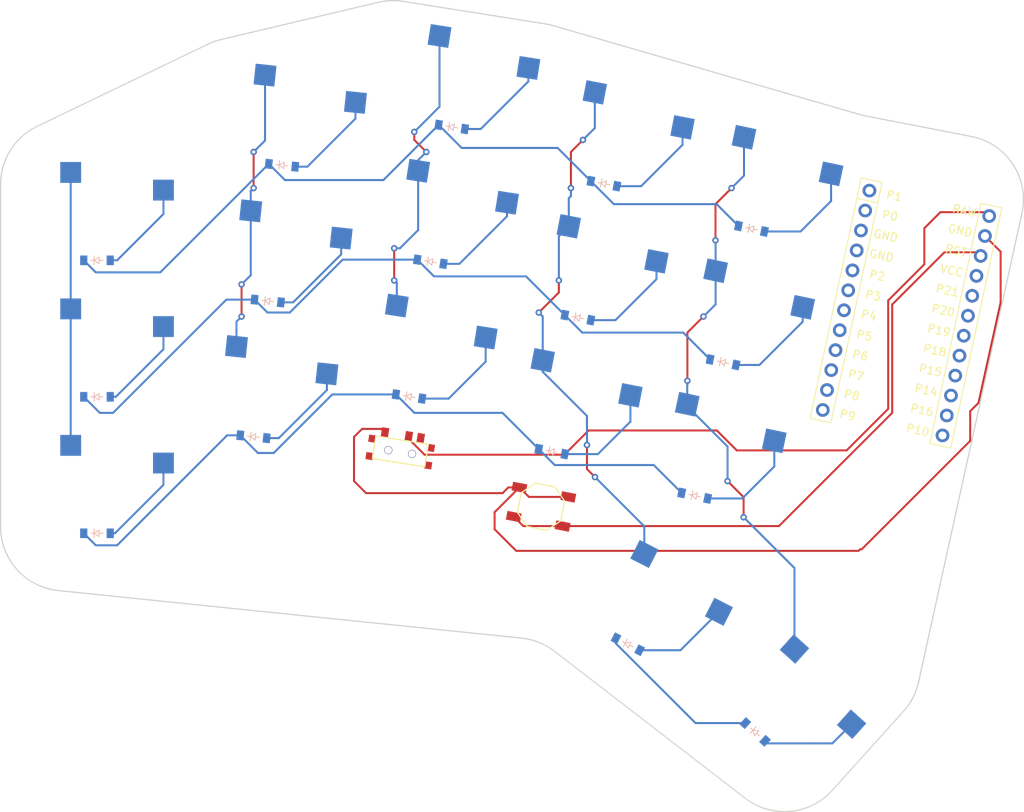
<source format=kicad_pcb>
(kicad_pcb (version 20241229) (generator "pcbnew") (generator_version "9.0")
  (title_block (title "splaynin_fancy") (rev "v1.0.0") (company "Unknown"))
  (layers (0 "F.Cu" signal) (2 "B.Cu" signal) (13 "F.Paste" user) (15 "B.Paste" user) (5 "F.SilkS" user) (7 "B.SilkS" user) (1 "F.Mask" user) (3 "B.Mask" user) (25 "Edge.Cuts" user))
  (net 0 "")
  (net 1 "P14")
  (net 2 "pinky_bottom")
  (net 3 "pinky_home")
  (net 4 "pinky_top")
  (net 5 "P16")
  (net 6 "ring_bottom")
  (net 7 "ring_home")
  (net 8 "ring_top")
  (net 9 "P10")
  (net 10 "middle_bottom")
  (net 11 "middle_home")
  (net 12 "middle_top")
  (net 13 "P8")
  (net 14 "index_bottom")
  (net 15 "index_home")
  (net 16 "index_top")
  (net 17 "P9")
  (net 18 "inner_bottom")
  (net 19 "inner_home")
  (net 20 "inner_top")
  (net 21 "left_onerow")
  (net 22 "right_onerow")
  (net 23 "P18")
  (net 24 "P19")
  (net 25 "P20")
  (net 26 "P15")
  (net 27 "RAW")
  (net 28 "GND")
  (net 29 "RST")
  (net 30 "VCC")
  (net 31 "P21")
  (net 32 "P1")
  (net 33 "P0")
  (net 34 "P2")
  (net 35 "P3")
  (net 36 "P4")
  (net 37 "P5")
  (net 38 "P6")
  (net 39 "P7")
  (footprint "E73:SPDT_C128955" (layer "F.Cu") (at 137.750402 94.876648 171)
    (property "Reference" "T1" (hide yes))
    (property "Value" "" (hide yes))
    (pad "" smd rect (at -3.7 -1.1 171) (size 0.9 0.9) (layers "F.Cu" "F.Mask" "F.Paste"))
    (pad "" smd rect (at -3.7 1.1 171) (size 0.9 0.9) (layers "F.Cu" "F.Mask" "F.Paste"))
    (pad "" np_thru_hole circle (at -1.500001 0) (size 1 1) (drill 0.9) (layers "*.Cu" "*.Mask"))
    (pad "" np_thru_hole circle (at 1.500001 0) (size 1 1) (drill 0.9) (layers "*.Cu" "*.Mask"))
    (pad "" smd rect (at 3.7 -1.1 171) (size 0.9 0.9) (layers "F.Cu" "F.Mask" "F.Paste"))
    (pad "" smd rect (at 3.7 1.1 171) (size 0.9 0.9) (layers "F.Cu" "F.Mask" "F.Paste"))
    (pad "1" smd rect (at 2.25 2.075 171) (size 0.9 1.25) (layers "F.Cu" "F.Mask" "F.Paste") (net 28 "GND"))
    (pad "2" smd rect (at -0.75 2.075 171) (size 0.9 1.25) (layers "F.Cu" "F.Mask" "F.Paste") (net 27 "RAW"))
    (pad "3" smd rect (at -2.25 2.075 171) (size 0.9 1.25) (layers "F.Cu" "F.Mask" "F.Paste"))
  )
  (footprint "E73:SW_TACT_ALPS_SKQGABE010" (layer "F.Cu") (at 155.28071 101.695635 -11)
    (property "Reference" "B1" (hide yes))
    (property "Value" "" (hide yes))
    (pad "1" smd rect (at -3.1 -1.85 349) (size 1.8 1.1) (layers "F.Cu" "F.Mask" "F.Paste") (net 28 "GND"))
    (pad "1" smd rect (at 3.1 -1.85 349) (size 1.8 1.1) (layers "F.Cu" "F.Mask" "F.Paste") (net 28 "GND"))
    (pad "2" smd rect (at -3.1 1.85 349) (size 1.8 1.1) (layers "F.Cu" "F.Mask" "F.Paste") (net 29 "RST"))
    (pad "2" smd rect (at 3.1 1.85 349) (size 1.8 1.1) (layers "F.Cu" "F.Mask" "F.Paste") (net 29 "RST"))
  )
  (footprint "PG1350" (layer "F.Cu") (at 144.946387 49.442984 -9)
    (property "Reference" "S9" (hide yes))
    (property "Value" "" (hide yes))
    (pad "" np_thru_hole circle (at -5.5 0) (size 1.7018 1.7018) (drill 1.7018) (layers "*.Cu" "*.Mask"))
    (pad "" np_thru_hole circle (at 0 -5.95) (size 3 3) (drill 3) (layers "*.Cu" "*.Mask"))
    (pad "" np_thru_hole circle (at 0 0) (size 3.429 3.429) (drill 3.429) (layers "*.Cu" "*.Mask"))
    (pad "" np_thru_hole circle (at 5 -3.75) (size 3 3) (drill 3) (layers "*.Cu" "*.Mask"))
    (pad "" np_thru_hole circle (at 5.5 0) (size 1.7018 1.7018) (drill 1.7018) (layers "*.Cu" "*.Mask"))
    (pad "1" smd rect (at -3.275 -5.95 351) (size 2.6 2.6) (layers "B.Cu" "B.Mask" "B.Paste") (net 9 "P10"))
    (pad "2" smd rect (at 8.275 -3.75 351) (size 2.6 2.6) (layers "B.Cu" "B.Mask" "B.Paste") (net 12 "middle_top"))
  )
  (footprint "PG1350" (layer "F.Cu") (at 175.447066 95.42841 -12)
    (property "Reference" "S13" (hide yes))
    (property "Value" "" (hide yes))
    (pad "" np_thru_hole circle (at -5.5 0) (size 1.7018 1.7018) (drill 1.7018) (layers "*.Cu" "*.Mask"))
    (pad "" np_thru_hole circle (at 0 -5.95) (size 3 3) (drill 3) (layers "*.Cu" "*.Mask"))
    (pad "" np_thru_hole circle (at 0 0) (size 3.429 3.429) (drill 3.429) (layers "*.Cu" "*.Mask"))
    (pad "" np_thru_hole circle (at 5 -3.75) (size 3 3) (drill 3) (layers "*.Cu" "*.Mask"))
    (pad "" np_thru_hole circle (at 5.5 0) (size 1.7018 1.7018) (drill 1.7018) (layers "*.Cu" "*.Mask"))
    (pad "1" smd rect (at -3.275 -5.95 348) (size 2.6 2.6) (layers "B.Cu" "B.Mask" "B.Paste") (net 17 "P9"))
    (pad "2" smd rect (at 8.275 -3.75 348) (size 2.6 2.6) (layers "B.Cu" "B.Mask" "B.Paste") (net 18 "inner_bottom"))
  )
  (footprint "PG1350" (layer "F.Cu") (at 164.057924 56.540785 -11)
    (property "Reference" "S12" (hide yes))
    (property "Value" "" (hide yes))
    (pad "" np_thru_hole circle (at -5.5 0.000001) (size 1.7018 1.7018) (drill 1.7018) (layers "*.Cu" "*.Mask"))
    (pad "" np_thru_hole circle (at 0 -5.95) (size 3 3) (drill 3) (layers "*.Cu" "*.Mask"))
    (pad "" np_thru_hole circle (at 0 0) (size 3.429 3.429) (drill 3.429) (layers "*.Cu" "*.Mask"))
    (pad "" np_thru_hole circle (at 5 -3.75) (size 3 3) (drill 3) (layers "*.Cu" "*.Mask"))
    (pad "" np_thru_hole circle (at 5.5 -0.000001) (size 1.7018 1.7018) (drill 1.7018) (layers "*.Cu" "*.Mask"))
    (pad "1" smd rect (at -3.275 -5.95 349) (size 2.6 2.6) (layers "B.Cu" "B.Mask" "B.Paste") (net 13 "P8"))
    (pad "2" smd rect (at 8.275 -3.750001 349) (size 2.6 2.6) (layers "B.Cu" "B.Mask" "B.Paste") (net 16 "index_top"))
  )
  (footprint "PG1350" (layer "F.Cu") (at 100 83)
    (property "Reference" "S2" (hide yes))
    (property "Value" "" (hide yes))
    (pad "" np_thru_hole circle (at -5.5 0) (size 1.7018 1.7018) (drill 1.7018) (layers "*.Cu" "*.Mask"))
    (pad "" np_thru_hole circle (at 0 -5.95) (size 3 3) (drill 3) (layers "*.Cu" "*.Mask"))
    (pad "" np_thru_hole circle (at 0 0) (size 3.429 3.429) (drill 3.429) (layers "*.Cu" "*.Mask"))
    (pad "" np_thru_hole circle (at 5 -3.75) (size 3 3) (drill 3) (layers "*.Cu" "*.Mask"))
    (pad "" np_thru_hole circle (at 5.5 0) (size 1.7018 1.7018) (drill 1.7018) (layers "*.Cu" "*.Mask"))
    (pad "1" smd rect (at -3.275 -5.95) (size 2.6 2.6) (layers "B.Cu" "B.Mask" "B.Paste") (net 1 "P14"))
    (pad "2" smd rect (at 8.275 -3.75) (size 2.6 2.6) (layers "B.Cu" "B.Mask" "B.Paste") (net 3 "pinky_home"))
  )
  (footprint "PG1350" (layer "F.Cu") (at 100 100)
    (property "Reference" "S1" (hide yes))
    (property "Value" "" (hide yes))
    (pad "" np_thru_hole circle (at -5.5 0) (size 1.7018 1.7018) (drill 1.7018) (layers "*.Cu" "*.Mask"))
    (pad "" np_thru_hole circle (at 0 -5.95) (size 3 3) (drill 3) (layers "*.Cu" "*.Mask"))
    (pad "" np_thru_hole circle (at 0 0) (size 3.429 3.429) (drill 3.429) (layers "*.Cu" "*.Mask"))
    (pad "" np_thru_hole circle (at 5 -3.75) (size 3 3) (drill 3) (layers "*.Cu" "*.Mask"))
    (pad "" np_thru_hole circle (at 5.5 0) (size 1.7018 1.7018) (drill 1.7018) (layers "*.Cu" "*.Mask"))
    (pad "1" smd rect (at -3.275 -5.95) (size 2.6 2.6) (layers "B.Cu" "B.Mask" "B.Paste") (net 1 "P14"))
    (pad "2" smd rect (at 8.275 -3.75) (size 2.6 2.6) (layers "B.Cu" "B.Mask" "B.Paste") (net 2 "pinky_bottom"))
  )
  (footprint "PG1350" (layer "F.Cu") (at 142.287001 66.233686 -9)
    (property "Reference" "S8" (hide yes))
    (property "Value" "" (hide yes))
    (pad "" np_thru_hole circle (at -5.5 0) (size 1.7018 1.7018) (drill 1.7018) (layers "*.Cu" "*.Mask"))
    (pad "" np_thru_hole circle (at 0 -5.95) (size 3 3) (drill 3) (layers "*.Cu" "*.Mask"))
    (pad "" np_thru_hole circle (at 0 0) (size 3.429 3.429) (drill 3.429) (layers "*.Cu" "*.Mask"))
    (pad "" np_thru_hole circle (at 5 -3.75) (size 3 3) (drill 3) (layers "*.Cu" "*.Mask"))
    (pad "" np_thru_hole circle (at 5.5 0) (size 1.7018 1.7018) (drill 1.7018) (layers "*.Cu" "*.Mask"))
    (pad "1" smd rect (at -3.275 -5.95 351) (size 2.6 2.6) (layers "B.Cu" "B.Mask" "B.Paste") (net 9 "P10"))
    (pad "2" smd rect (at 8.275 -3.75 351) (size 2.6 2.6) (layers "B.Cu" "B.Mask" "B.Paste") (net 11 "middle_home"))
  )
  (footprint "PG1350" (layer "F.Cu") (at 157.570418 89.916109 -11)
    (property "Reference" "S10" (hide yes))
    (property "Value" "" (hide yes))
    (pad "" np_thru_hole circle (at -5.5 0.000001) (size 1.7018 1.7018) (drill 1.7018) (layers "*.Cu" "*.Mask"))
    (pad "" np_thru_hole circle (at 0 -5.95) (size 3 3) (drill 3) (layers "*.Cu" "*.Mask"))
    (pad "" np_thru_hole circle (at 0 0) (size 3.429 3.429) (drill 3.429) (layers "*.Cu" "*.Mask"))
    (pad "" np_thru_hole circle (at 5 -3.75) (size 3 3) (drill 3) (layers "*.Cu" "*.Mask"))
    (pad "" np_thru_hole circle (at 5.5 -0.000001) (size 1.7018 1.7018) (drill 1.7018) (layers "*.Cu" "*.Mask"))
    (pad "1" smd rect (at -3.275 -5.95 349) (size 2.6 2.6) (layers "B.Cu" "B.Mask" "B.Paste") (net 13 "P8"))
    (pad "2" smd rect (at 8.275 -3.750001 349) (size 2.6 2.6) (layers "B.Cu" "B.Mask" "B.Paste") (net 14 "index_bottom"))
  )
  (footprint "PG1350" (layer "F.Cu") (at 182.516063 62.171392 -12)
    (property "Reference" "S15" (hide yes))
    (property "Value" "" (hide yes))
    (pad "" np_thru_hole circle (at -5.5 0) (size 1.7018 1.7018) (drill 1.7018) (layers "*.Cu" "*.Mask"))
    (pad "" np_thru_hole circle (at 0 -5.95) (size 3 3) (drill 3) (layers "*.Cu" "*.Mask"))
    (pad "" np_thru_hole circle (at 0 0) (size 3.429 3.429) (drill 3.429) (layers "*.Cu" "*.Mask"))
    (pad "" np_thru_hole circle (at 5 -3.75) (size 3 3) (drill 3) (layers "*.Cu" "*.Mask"))
    (pad "" np_thru_hole circle (at 5.5 0) (size 1.7018 1.7018) (drill 1.7018) (layers "*.Cu" "*.Mask"))
    (pad "1" smd rect (at -3.275 -5.95 348) (size 2.6 2.6) (layers "B.Cu" "B.Mask" "B.Paste") (net 17 "P9"))
    (pad "2" smd rect (at 8.275 -3.75 348) (size 2.6 2.6) (layers "B.Cu" "B.Mask" "B.Paste") (net 20 "inner_top"))
  )
  (footprint "PG1350" (layer "F.Cu") (at 123.553968 54.186256 -6)
    (property "Reference" "S6" (hide yes))
    (property "Value" "" (hide yes))
    (pad "" np_thru_hole circle (at -5.5 0) (size 1.7018 1.7018) (drill 1.7018) (layers "*.Cu" "*.Mask"))
    (pad "" np_thru_hole circle (at 0 -5.95) (size 3 3) (drill 3) (layers "*.Cu" "*.Mask"))
    (pad "" np_thru_hole circle (at 0 0) (size 3.429 3.429) (drill 3.429) (layers "*.Cu" "*.Mask"))
    (pad "" np_thru_hole circle (at 5 -3.75) (size 3 3) (drill 3) (layers "*.Cu" "*.Mask"))
    (pad "" np_thru_hole circle (at 5.5 0) (size 1.7018 1.7018) (drill 1.7018) (layers "*.Cu" "*.Mask"))
    (pad "1" smd rect (at -3.275 -5.95 354) (size 2.6 2.6) (layers "B.Cu" "B.Mask" "B.Paste") (net 5 "P16"))
    (pad "2" smd rect (at 8.275 -3.75 354) (size 2.6 2.6) (layers "B.Cu" "B.Mask" "B.Paste") (net 8 "ring_top"))
  )
  (footprint "PG1350" (layer "F.Cu") (at 121.776984 71.093128 -6)
    (property "Reference" "S5" (hide yes))
    (property "Value" "" (hide yes))
    (pad "" np_thru_hole circle (at -5.5 0) (size 1.7018 1.7018) (drill 1.7018) (layers "*.Cu" "*.Mask"))
    (pad "" np_thru_hole circle (at 0 -5.95) (size 3 3) (drill 3) (layers "*.Cu" "*.Mask"))
    (pad "" np_thru_hole circle (at 0 0) (size 3.429 3.429) (drill 3.429) (layers "*.Cu" "*.Mask"))
    (pad "" np_thru_hole circle (at 5 -3.75) (size 3 3) (drill 3) (layers "*.Cu" "*.Mask"))
    (pad "" np_thru_hole circle (at 5.5 0) (size 1.7018 1.7018) (drill 1.7018) (layers "*.Cu" "*.Mask"))
    (pad "1" smd rect (at -3.275 -5.95 354) (size 2.6 2.6) (layers "B.Cu" "B.Mask" "B.Paste") (net 5 "P16"))
    (pad "2" smd rect (at 8.275 -3.75 354) (size 2.6 2.6) (layers "B.Cu" "B.Mask" "B.Paste") (net 7 "ring_home"))
  )
  (footprint "PG1350" (layer "F.Cu") (at 120 88 -6)
    (property "Reference" "S4" (hide yes))
    (property "Value" "" (hide yes))
    (pad "" np_thru_hole circle (at -5.5 0) (size 1.7018 1.7018) (drill 1.7018) (layers "*.Cu" "*.Mask"))
    (pad "" np_thru_hole circle (at 0 -5.95) (size 3 3) (drill 3) (layers "*.Cu" "*.Mask"))
    (pad "" np_thru_hole circle (at 0 0) (size 3.429 3.429) (drill 3.429) (layers "*.Cu" "*.Mask"))
    (pad "" np_thru_hole circle (at 5 -3.75) (size 3 3) (drill 3) (layers "*.Cu" "*.Mask"))
    (pad "" np_thru_hole circle (at 5.5 0) (size 1.7018 1.7018) (drill 1.7018) (layers "*.Cu" "*.Mask"))
    (pad "1" smd rect (at -3.275 -5.95 354) (size 2.6 2.6) (layers "B.Cu" "B.Mask" "B.Paste") (net 5 "P16"))
    (pad "2" smd rect (at 8.275 -3.75 354) (size 2.6 2.6) (layers "B.Cu" "B.Mask" "B.Paste") (net 6 "ring_bottom"))
  )
  (footprint "PG1350" (layer "F.Cu") (at 139.627615 83.024388 -9)
    (property "Reference" "S7" (hide yes))
    (property "Value" "" (hide yes))
    (pad "" np_thru_hole circle (at -5.5 0) (size 1.7018 1.7018) (drill 1.7018) (layers "*.Cu" "*.Mask"))
    (pad "" np_thru_hole circle (at 0 -5.95) (size 3 3) (drill 3) (layers "*.Cu" "*.Mask"))
    (pad "" np_thru_hole circle (at 0 0) (size 3.429 3.429) (drill 3.429) (layers "*.Cu" "*.Mask"))
    (pad "" np_thru_hole circle (at 5 -3.75) (size 3 3) (drill 3) (layers "*.Cu" "*.Mask"))
    (pad "" np_thru_hole circle (at 5.5 0) (size 1.7018 1.7018) (drill 1.7018) (layers "*.Cu" "*.Mask"))
    (pad "1" smd rect (at -3.275 -5.95 351) (size 2.6 2.6) (layers "B.Cu" "B.Mask" "B.Paste") (net 9 "P10"))
    (pad "2" smd rect (at 8.275 -3.75 351) (size 2.6 2.6) (layers "B.Cu" "B.Mask" "B.Paste") (net 10 "middle_bottom"))
  )
  (footprint "PG1350" (layer "F.Cu") (at 160.814171 73.228447 -11)
    (property "Reference" "S11" (hide yes))
    (property "Value" "" (hide yes))
    (pad "" np_thru_hole circle (at -5.5 0.000001) (size 1.7018 1.7018) (drill 1.7018) (layers "*.Cu" "*.Mask"))
    (pad "" np_thru_hole circle (at 0 -5.95) (size 3 3) (drill 3) (layers "*.Cu" "*.Mask"))
    (pad "" np_thru_hole circle (at 0 0) (size 3.429 3.429) (drill 3.429) (layers "*.Cu" "*.Mask"))
    (pad "" np_thru_hole circle (at 5 -3.75) (size 3 3) (drill 3) (layers "*.Cu" "*.Mask"))
    (pad "" np_thru_hole circle (at 5.5 -0.000001) (size 1.7018 1.7018) (drill 1.7018) (layers "*.Cu" "*.Mask"))
    (pad "1" smd rect (at -3.275 -5.95 349) (size 2.6 2.6) (layers "B.Cu" "B.Mask" "B.Paste") (net 13 "P8"))
    (pad "2" smd rect (at 8.275 -3.750001 349) (size 2.6 2.6) (layers "B.Cu" "B.Mask" "B.Paste") (net 15 "index_home"))
  )
  (footprint "ceoloide:mcu_nice_nano" (layer "F.Cu") (at 200.978046 76.319014 -12)
    (property "Reference" "MCU1" (hide yes))
    (property "Value" "")
    (fp_text user "P6" (at -4.47 7.62 348) (layer "F.SilkS"))
    (fp_text user "P0" (at -4.47 -10.16 348) (layer "F.SilkS"))
    (fp_text user "RST" (at 4.47 -7.62 348) (layer "F.SilkS"))
    (fp_text user "P2" (at -4.47 -2.54 348) (layer "F.SilkS"))
    (fp_text user "RAW" (at 4.47 -12.7 348) (layer "F.SilkS"))
    (fp_text user "P16" (at 4.47 12.7 348) (layer "F.SilkS"))
    (fp_text user "P21" (at 4.469999 -2.54 348) (layer "F.SilkS"))
    (fp_text user "GND" (at -4.47 -7.62 348) (layer "F.SilkS"))
    (fp_text user "P18" (at 4.47 5.08 348) (layer "F.SilkS"))
    (fp_text user "P20" (at 4.47 0 348) (layer "F.SilkS"))
    (fp_text user "GND" (at -4.47 -5.08 348) (layer "F.SilkS"))
    (fp_text user "P5" (at -4.47 5.08 348) (layer "F.SilkS"))
    (fp_text user "P9" (at -4.47 15.24 348) (layer "F.SilkS"))
    (fp_text user "P15" (at 4.47 7.62 348) (layer "F.SilkS"))
    (fp_text user "P8" (at -4.47 12.7 348) (layer "F.SilkS"))
    (fp_text user "P4" (at -4.469999 2.54 348) (layer "F.SilkS"))
    (fp_text user "P3" (at -4.47 0 348) (layer "F.SilkS"))
    (fp_text user "VCC" (at 4.47 -5.08 348) (layer "F.SilkS"))
    (fp_text user "P19" (at 4.47 2.54 348) (layer "F.SilkS"))
    (fp_text user "P14" (at 4.47 10.16 348) (layer "F.SilkS"))
    (fp_text user "P10" (at 4.47 15.24 348) (layer "F.SilkS"))
    (fp_text user "P7" (at -4.470001 10.16 348) (layer "F.SilkS"))
    (fp_text user "P1" (at -4.47 -12.7 348) (layer "F.SilkS"))
    (fp_text user "GND" (at 4.470001 -10.16 348) (layer "F.SilkS"))
    (pad "1" thru_hole circle (at 7.62 -12.7 348) (size 1.7 1.7) (drill 1) (layers "*.Cu" "*.Mask") (net 27 "RAW"))
    (pad "2" thru_hole circle (at 7.619999 -10.16 348) (size 1.7 1.7) (drill 1) (layers "*.Cu" "*.Mask") (net 28 "GND"))
    (pad "3" thru_hole circle (at 7.62 -7.62 348) (size 1.7 1.7) (drill 1) (layers "*.Cu" "*.Mask") (net 29 "RST"))
    (pad "4" thru_hole circle (at 7.62 -5.08 348) (size 1.7 1.7) (drill 1) (layers "*.Cu" "*.Mask") (net 30 "VCC"))
    (pad "5" thru_hole circle (at 7.62 -2.54 348) (size 1.7 1.7) (drill 1) (layers "*.Cu" "*.Mask") (net 31 "P21"))
    (pad "6" thru_hole circle (at 7.62 0 348) (size 1.7 1.7) (drill 1) (layers "*.Cu" "*.Mask") (net 25 "P20"))
    (pad "7" thru_hole circle (at 7.62 2.54 348) (size 1.7 1.7) (drill 1) (layers "*.Cu" "*.Mask") (net 24 "P19"))
    (pad "8" thru_hole circle (at 7.62 5.08 348) (size 1.7 1.7) (drill 1) (layers "*.Cu" "*.Mask") (net 23 "P18"))
    (pad "9" thru_hole circle (at 7.62 7.62 348) (size 1.7 1.7) (drill 1) (layers "*.Cu" "*.Mask") (net 26 "P15"))
    (pad "10" thru_hole circle (at 7.62 10.16 348) (size 1.7 1.7) (drill 1) (layers "*.Cu" "*.Mask") (net 1 "P14"))
    (pad "11" thru_hole circle (at 7.62 12.7 348) (size 1.7 1.7) (drill 1) (layers "*.Cu" "*.Mask") (net 5 "P16"))
    (pad "12" thru_hole circle (at 7.620001 15.24 348) (size 1.7 1.7) (drill 1) (layers "*.Cu" "*.Mask") (net 9 "P10"))
    (pad "13" thru_hole circle (at -7.62 15.24 348) (size 1.7 1.7) (drill 1) (layers "*.Cu" "*.Mask") (net 17 "P9"))
    (pad "14" thru_hole circle (at -7.62 12.7 348) (size 1.7 1.7) (drill 1) (layers "*.Cu" "*.Mask") (net 13 "P8"))
    (pad "15" thru_hole circle (at -7.619999 10.16 348) (size 1.7 1.7) (drill 1) (layers "*.Cu" "*.Mask") (net 39 "P7"))
    (pad "16" thru_hole circle (at -7.62 7.62 348) (size 1.7 1.7) (drill 1) (layers "*.Cu" "*.Mask") (net 38 "P6"))
    (pad "17" thru_hole circle (at -7.62 5.08 348) (size 1.7 1.7) (drill 1) (layers "*.Cu" "*.Mask") (net 37 "P5"))
    (pad "18" thru_hole circle (at -7.62 2.54 348) (size 1.7 1.7) (drill 1) (layers "*.Cu" "*.Mask") (net 36 "P4"))
    (pad "19" thru_hole circle (at -7.62 0 348) (size 1.7 1.7) (drill 1) (layers "*.Cu" "*.Mask") (net 35 "P3"))
    (pad "20" thru_hole circle (at -7.62 -2.54 348) (size 1.7 1.7) (drill 1) (layers "*.Cu" "*.Mask") (net 34 "P2"))
    (pad "21" thru_hole circle (at -7.62 -5.08 348) (size 1.7 1.7) (drill 1) (layers "*.Cu" "*.Mask") (net 28 "GND"))
    (pad "22" thru_hole circle (at -7.62 -7.62 348) (size 1.7 1.7) (drill 1) (layers "*.Cu" "*.Mask") (net 28 "GND"))
    (pad "23" thru_hole circle (at -7.62 -10.16 348) (size 1.7 1.7) (drill 1) (layers "*.Cu" "*.Mask") (net 33 "P0"))
    (pad "24" thru_hole circle (at -7.62 -12.7 348) (size 1.7 1.7) (drill 1) (layers "*.Cu" "*.Mask") (net 32 "P1"))
  )
  (footprint "PG1350" (layer "F.Cu") (at 185.28368 126.033138 -42)
    (property "Reference" "S17" (hide yes))
    (property "Value" "" (hide yes))
    (pad "" np_thru_hole circle (at -5.5 0.000001) (size 1.7018 1.7018) (drill 1.7018) (layers "*.Cu" "*.Mask"))
    (pad "" np_thru_hole circle (at 0 -5.95) (size 3 3) (drill 3) (layers "*.Cu" "*.Mask"))
    (pad "" np_thru_hole circle (at 0 0) (size 3.429 3.429) (drill 3.429) (layers "*.Cu" "*.Mask"))
    (pad "" np_thru_hole circle (at 5 -3.75) (size 3 3) (drill 3) (layers "*.Cu" "*.Mask"))
    (pad "" np_thru_hole circle (at 5.5 -0.000001) (size 1.7018 1.7018) (drill 1.7018) (layers "*.Cu" "*.Mask"))
    (pad "1" smd rect (at -3.275 -5.95 318) (size 2.6 2.6) (layers "B.Cu" "B.Mask" "B.Paste") (net 17 "P9"))
    (pad "2" smd rect (at 8.275 -3.75 318) (size 2.6 2.6) (layers "B.Cu" "B.Mask" "B.Paste") (net 22 "right_onerow"))
  )
  (footprint "PG1350" (layer "F.Cu") (at 178.981565 78.799901 -12)
    (property "Reference" "S14" (hide yes))
    (property "Value" "" (hide yes))
    (pad "" np_thru_hole circle (at -5.5 0) (size 1.7018 1.7018) (drill 1.7018) (layers "*.Cu" "*.Mask"))
    (pad "" np_thru_hole circle (at 0 -5.95) (size 3 3) (drill 3) (layers "*.Cu" "*.Mask"))
    (pad "" np_thru_hole circle (at 0 0) (size 3.429 3.429) (drill 3.429) (layers "*.Cu" "*.Mask"))
    (pad "" np_thru_hole circle (at 5 -3.75) (size 3 3) (drill 3) (layers "*.Cu" "*.Mask"))
    (pad "" np_thru_hole circle (at 5.5 0) (size 1.7018 1.7018) (drill 1.7018) (layers "*.Cu" "*.Mask"))
    (pad "1" smd rect (at -3.275 -5.95 348) (size 2.6 2.6) (layers "B.Cu" "B.Mask" "B.Paste") (net 17 "P9"))
    (pad "2" smd rect (at 8.275 -3.75 348) (size 2.6 2.6) (layers "B.Cu" "B.Mask" "B.Paste") (net 19 "inner_home"))
  )
  (footprint "PG1350" (layer "F.Cu") (at 168.354389 114.367627 -27)
    (property "Reference" "S16" (hide yes))
    (property "Value" "" (hide yes))
    (pad "" np_thru_hole circle (at -5.5 0) (size 1.7018 1.7018) (drill 1.7018) (layers "*.Cu" "*.Mask"))
    (pad "" np_thru_hole circle (at -0.000001 -5.95) (size 3 3) (drill 3) (layers "*.Cu" "*.Mask"))
    (pad "" np_thru_hole circle (at 0 0) (size 3.429 3.429) (drill 3.429) (layers "*.Cu" "*.Mask"))
    (pad "" np_thru_hole circle (at 5 -3.75) (size 3 3) (drill 3) (layers "*.Cu" "*.Mask"))
    (pad "" np_thru_hole circle (at 5.5 0) (size 1.7018 1.7018) (drill 1.7018) (layers "*.Cu" "*.Mask"))
    (pad "1" smd rect (at -3.275 -5.95 333) (size 2.6 2.6) (layers "B.Cu" "B.Mask" "B.Paste") (net 13 "P8"))
    (pad "2" smd rect (at 8.275 -3.75 333) (size 2.6 2.6) (layers "B.Cu" "B.Mask" "B.Paste") (net 21 "left_onerow"))
  )
  (footprint "PG1350" (layer "F.Cu") (at 100 66)
    (property "Reference" "S3" (hide yes))
    (property "Value" "" (hide yes))
    (pad "" np_thru_hole circle (at -5.5 0) (size 1.7018 1.7018) (drill 1.7018) (layers "*.Cu" "*.Mask"))
    (pad "" np_thru_hole circle (at 0 -5.95) (size 3 3) (drill 3) (layers "*.Cu" "*.Mask"))
    (pad "" np_thru_hole circle (at 0 0) (size 3.429 3.429) (drill 3.429) (layers "*.Cu" "*.Mask"))
    (pad "" np_thru_hole circle (at 5 -3.75) (size 3 3) (drill 3) (layers "*.Cu" "*.Mask"))
    (pad "" np_thru_hole circle (at 5.5 0) (size 1.7018 1.7018) (drill 1.7018) (layers "*.Cu" "*.Mask"))
    (pad "1" smd rect (at -3.275 -5.95) (size 2.6 2.6) (layers "B.Cu" "B.Mask" "B.Paste") (net 1 "P14"))
    (pad "2" smd rect (at 8.275 -3.75) (size 2.6 2.6) (layers "B.Cu" "B.Mask" "B.Paste") (net 4 "pinky_top"))
  )
  (footprint "ceoloide:diode_tht_sod123" (layer "B.Cu") (at 177.942006 83.690639 -12)
    (property "Reference" "D14" (hide yes))
    (property "Value" "")
    (pad "1" smd rect (at -1.65 0 348) (size 0.9 1.2) (layers "B.Cu" "B.Mask" "B.Paste") (net 24 "P19"))
    (pad "2" smd rect (at 1.65 0 348) (size 0.9 1.2) (layers "B.Cu" "B.Mask" "B.Paste") (net 19 "inner_home"))
  )
  (footprint "ceoloide:diode_tht_sod123" (layer "B.Cu") (at 141.504829 71.172127 -9)
    (property "Reference" "D8" (hide yes))
    (property "Value" "")
    (pad "1" smd rect (at -1.65 0 351) (size 0.9 1.2) (layers "B.Cu" "B.Mask" "B.Paste") (net 24 "P19"))
    (pad "2" smd rect (at 1.65 0 351) (size 0.9 1.2) (layers "B.Cu" "B.Mask" "B.Paste") (net 11 "middle_home"))
  )
  (footprint "ceoloide:diode_tht_sod123" (layer "B.Cu") (at 174.407507 100.319148 -12)
    (property "Reference" "D13" (hide yes))
    (property "Value" "")
    (pad "1" smd rect (at -1.65 0 348) (size 0.9 1.2) (layers "B.Cu" "B.Mask" "B.Paste") (net 23 "P18"))
    (pad "2" smd rect (at 1.65 0 348) (size 0.9 1.2) (layers "B.Cu" "B.Mask" "B.Paste") (net 18 "inner_bottom"))
  )
  (footprint "ceoloide:diode_tht_sod123" (layer "B.Cu") (at 159.860126 78.136583 -11)
    (property "Reference" "D11" (hide yes))
    (property "Value" "")
    (pad "1" smd rect (at -1.65 0 349) (size 0.9 1.2) (layers "B.Cu" "B.Mask" "B.Paste") (net 24 "P19"))
    (pad "2" smd rect (at 1.65 0 349) (size 0.9 1.2) (layers "B.Cu" "B.Mask" "B.Paste") (net 15 "index_home"))
  )
  (footprint "ceoloide:diode_tht_sod123" (layer "B.Cu") (at 121.254342 76.065737 -6)
    (property "Reference" "D5" (hide yes))
    (property "Value" "")
    (pad "1" smd rect (at -1.65 0 354) (size 0.9 1.2) (layers "B.Cu" "B.Mask" "B.Paste") (net 24 "P19"))
    (pad "2" smd rect (at 1.65 0 354) (size 0.9 1.2) (layers "B.Cu" "B.Mask" "B.Paste") (net 7 "ring_home"))
  )
  (footprint "ceoloide:diode_tht_sod123" (layer "B.Cu") (at 100 88)
    (property "Reference" "D2" (hide yes))
    (property "Value" "")
    (pad "1" smd rect (at -1.65 0) (size 0.9 1.2) (layers "B.Cu" "B.Mask" "B.Paste") (net 24 "P19"))
    (pad "2" smd rect (at 1.65 0) (size 0.9 1.2) (layers "B.Cu" "B.Mask" "B.Paste") (net 3 "pinky_home"))
  )
  (footprint "ceoloide:diode_tht_sod123" (layer "B.Cu") (at 166.084437 118.82266 -27)
    (property "Reference" "D16" (hide yes))
    (property "Value" "")
    (pad "1" smd rect (at -1.65 0 333) (size 0.9 1.2) (layers "B.Cu" "B.Mask" "B.Paste") (net 26 "P15"))
    (pad "2" smd rect (at 1.65 0 333) (size 0.9 1.2) (layers "B.Cu" "B.Mask" "B.Paste") (net 21 "left_onerow"))
  )
  (footprint "ceoloide:diode_tht_sod123" (layer "B.Cu") (at 163.103879 61.448921 -11)
    (property "Reference" "D12" (hide yes))
    (property "Value" "")
    (pad "1" smd rect (at -1.65 0 349) (size 0.9 1.2) (layers "B.Cu" "B.Mask" "B.Paste") (net 25 "P20"))
    (pad "2" smd rect (at 1.65 0 349) (size 0.9 1.2) (layers "B.Cu" "B.Mask" "B.Paste") (net 16 "index_top"))
  )
  (footprint "ceoloide:diode_tht_sod123" (layer "B.Cu") (at 100 71)
    (property "Reference" "D3" (hide yes))
    (property "Value" "")
    (pad "1" smd rect (at -1.65 0) (size 0.9 1.2) (layers "B.Cu" "B.Mask" "B.Paste") (net 25 "P20"))
    (pad "2" smd rect (at 1.65 0) (size 0.9 1.2) (layers "B.Cu" "B.Mask" "B.Paste") (net 4 "pinky_top"))
  )
  (footprint "ceoloide:diode_tht_sod123" (layer "B.Cu") (at 181.476505 67.06213 -12)
    (property "Reference" "D15" (hide yes))
    (property "Value" "")
    (pad "1" smd rect (at -1.65 0 348) (size 0.9 1.2) (layers "B.Cu" "B.Mask" "B.Paste") (net 25 "P20"))
    (pad "2" smd rect (at 1.65 0 348) (size 0.9 1.2) (layers "B.Cu" "B.Mask" "B.Paste") (net 20 "inner_top"))
  )
  (footprint "ceoloide:diode_tht_sod123" (layer "B.Cu") (at 144.164215 54.381426 -9)
    (property "Reference" "D9" (hide yes))
    (property "Value" "")
    (pad "1" smd rect (at -1.65 0 351) (size 0.9 1.2) (layers "B.Cu" "B.Mask" "B.Paste") (net 25 "P20"))
    (pad "2" smd rect (at 1.65 0 351) (size 0.9 1.2) (layers "B.Cu" "B.Mask" "B.Paste") (net 12 "middle_top"))
  )
  (footprint "ceoloide:diode_tht_sod123" (layer "B.Cu") (at 119.477358 92.97261 -6)
    (property "Reference" "D4" (hide yes))
    (property "Value" "")
    (pad "1" smd rect (at -1.65 0 354) (size 0.9 1.2) (layers "B.Cu" "B.Mask" "B.Paste") (net 23 "P18"))
    (pad "2" smd rect (at 1.65 0 354) (size 0.9 1.2) (layers "B.Cu" "B.Mask" "B.Paste") (net 6 "ring_bottom"))
  )
  (footprint "ceoloide:diode_tht_sod123" (layer "B.Cu") (at 181.938027 129.748862 -42)
    (property "Reference" "D17" (hide yes))
    (property "Value" "")
    (pad "1" smd rect (at -1.65 0 318) (size 0.9 1.2) (layers "B.Cu" "B.Mask" "B.Paste") (net 26 "P15"))
    (pad "2" smd rect (at 1.65 0 318) (size 0.9 1.2) (layers "B.Cu" "B.Mask" "B.Paste") (net 22 "right_onerow"))
  )
  (footprint "ceoloide:diode_tht_sod123" (layer "B.Cu") (at 123.031326 59.158865 -6)
    (property "Reference" "D6" (hide yes))
    (property "Value" "")
    (pad "1" smd rect (at -1.65 0 354) (size 0.9 1.2) (layers "B.Cu" "B.Mask" "B.Paste") (net 25 "P20"))
    (pad "2" smd rect (at 1.65 0 354) (size 0.9 1.2) (layers "B.Cu" "B.Mask" "B.Paste") (net 8 "ring_top"))
  )
  (footprint "ceoloide:diode_tht_sod123" (layer "B.Cu") (at 100 105)
    (property "Reference" "D1" (hide yes))
    (property "Value" "")
    (pad "1" smd rect (at -1.65 0) (size 0.9 1.2) (layers "B.Cu" "B.Mask" "B.Paste") (net 23 "P18"))
    (pad "2" smd rect (at 1.65 0) (size 0.9 1.2) (layers "B.Cu" "B.Mask" "B.Paste") (net 2 "pinky_bottom"))
  )
  (footprint "ceoloide:diode_tht_sod123" (layer "B.Cu") (at 156.616373 94.824245 -11)
    (property "Reference" "D10" (hide yes))
    (property "Value" "")
    (pad "1" smd rect (at -1.65 0 349) (size 0.9 1.2) (layers "B.Cu" "B.Mask" "B.Paste") (net 23 "P18"))
    (pad "2" smd rect (at 1.65 0 349) (size 0.9 1.2) (layers "B.Cu" "B.Mask" "B.Paste") (net 14 "index_bottom"))
  )
  (footprint "ceoloide:diode_tht_sod123" (layer "B.Cu") (at 138.845443 87.962829 -9)
    (property "Reference" "D7" (hide yes))
    (property "Value" "")
    (pad "1" smd rect (at -1.65 0 351) (size 0.9 1.2) (layers "B.Cu" "B.Mask" "B.Paste") (net 23 "P18"))
    (pad "2" smd rect (at 1.65 0 351) (size 0.9 1.2) (layers "B.Cu" "B.Mask" "B.Paste") (net 10 "middle_bottom"))
  )
  (gr_arc (start 95.182946 112.137463) (mid 90.061295 109.5395) (end 88 104.179296) (stroke (width 0.15)) (layer "Edge.Cuts"))
  (gr_arc (start 208.863983 55.572392) (mid 214.025048 59.034869) (end 215.150044 65.147129) (stroke (width 0.15)) (layer "Edge.Cuts"))
  (gr_line (start 195.674339 53.008585) (end 208.863983 55.572392) (stroke (width 0.15)) (layer "Edge.Cuts"))
  (gr_line (start 156.791135 41.764023) (end 194.97218 52.838874) (stroke (width 0.15)) (layer "Edge.Cuts"))
  (gr_arc (start 152.866654 118.059764) (mid 155.013723 118.58732) (end 156.934396 119.682415) (stroke (width 0.15)) (layer "Edge.Cuts"))
  (gr_line (start 115.446688 43.492985) (end 135.019905 38.859172) (stroke (width 0.15)) (layer "Edge.Cuts"))
  (gr_line (start 138.114378 38.742481) (end 155.81398 41.545823) (stroke (width 0.15)) (layer "Edge.Cuts"))
  (gr_arc (start 191.533155 137.026112) (mid 186.310772 139.64035) (end 180.703201 138.008584) (stroke (width 0.15)) (layer "Edge.Cuts"))
  (gr_line (start 180.703201 138.008584) (end 156.934396 119.682415) (stroke (width 0.15)) (layer "Edge.Cuts"))
  (gr_arc (start 135.019905 38.859172) (mid 136.561441 38.64967) (end 138.114378 38.742481) (stroke (width 0.15)) (layer "Edge.Cuts"))
  (gr_arc (start 195.674339 53.008585) (mid 195.321343 52.931659) (end 194.97218 52.838874) (stroke (width 0.15)) (layer "Edge.Cuts"))
  (gr_arc (start 202.283952 123.528746) (mid 201.585851 125.465557) (end 200.416577 127.160071) (stroke (width 0.15)) (layer "Edge.Cuts"))
  (gr_line (start 215.150044 65.147129) (end 202.283952 123.528746) (stroke (width 0.15)) (layer "Edge.Cuts"))
  (gr_arc (start 87.999999 61.527372) (mid 89.226449 57.270727) (end 92.529755 54.319223) (stroke (width 0.15)) (layer "Edge.Cuts"))
  (gr_arc (start 113.81944 44.069653) (mid 114.617463 43.737295) (end 115.446688 43.492985) (stroke (width 0.15)) (layer "Edge.Cuts"))
  (gr_line (start 88 104.179296) (end 88 61.527372) (stroke (width 0.15)) (layer "Edge.Cuts"))
  (gr_line (start 152.866654 118.059765) (end 95.182946 112.137463) (stroke (width 0.15)) (layer "Edge.Cuts"))
  (gr_line (start 92.529755 54.319223) (end 113.81944 44.069653) (stroke (width 0.15)) (layer "Edge.Cuts"))
  (gr_arc (start 155.81398 41.545823) (mid 156.305974 41.639621) (end 156.791135 41.764023) (stroke (width 0.15)) (layer "Edge.Cuts"))
  (gr_line (start 200.416577 127.160071) (end 191.533155 137.026112) (stroke (width 0.15)) (layer "Edge.Cuts"))
  (segment (start 96.725 77.05) (end 96.725 60.05) (width 0.25) (layer "B.Cu") (net 1))
  (segment (start 96.725 94.05) (end 96.725 77.05) (width 0.25) (layer "B.Cu") (net 1))
  (segment (start 108.275 96.25) (end 108.275 98.960099) (width 0.25) (layer "B.Cu") (net 2))
  (segment (start 102.235099 105) (end 101.65 105) (width 0.25) (layer "B.Cu") (net 2))
  (segment (start 108.275 98.960099) (end 102.235099 105) (width 0.25) (layer "B.Cu") (net 2))
  (segment (start 102.35 88) (end 108.275 82.075) (width 0.25) (layer "B.Cu") (net 3))
  (segment (start 101.65 88) (end 102.35 88) (width 0.25) (layer "B.Cu") (net 3))
  (segment (start 108.275 82.075) (end 108.275 79.25) (width 0.25) (layer "B.Cu") (net 3))
  (segment (start 102.5 71) (end 108.275 65.225) (width 0.25) (layer "B.Cu") (net 4))
  (segment (start 108.275 65.225) (end 108.275 62.25) (width 0.25) (layer "B.Cu") (net 4))
  (segment (start 101.65 71) (end 102.5 71) (width 0.25) (layer "B.Cu") (net 4))
  (segment (start 119.5 57.5) (end 119.5 62) (width 0.25) (layer "F.Cu") (net 5))
  (segment (start 118 74) (end 118 78) (width 0.25) (layer "F.Cu") (net 5))
  (via blind (at 118 74) (size 0.8) (drill 0.4) (layers "F.Cu" "B.Cu") (net 5))
  (via blind (at 119.5 57.5) (size 0.8) (drill 0.4) (layers "F.Cu" "B.Cu") (net 5))
  (via blind (at 118 78) (size 0.8) (drill 0.4) (layers "F.Cu" "B.Cu") (net 5))
  (via blind (at 119.5 62) (size 0.8) (drill 0.4) (layers "F.Cu" "B.Cu") (net 5))
  (segment (start 120.918853 56.081147) (end 119.5 57.5) (width 0.25) (layer "B.Cu") (net 5))
  (segment (start 119.141869 72.858131) (end 118 74) (width 0.25) (layer "B.Cu") (net 5))
  (segment (start 117.364885 78.635115) (end 117.364885 81.740264) (width 0.25) (layer "B.Cu") (net 5))
  (segment (start 118 78) (end 117.364885 78.635115) (width 0.25) (layer "B.Cu") (net 5))
  (segment (start 119.5 62) (end 119.141869 62.358131) (width 0.25) (layer "B.Cu") (net 5))
  (segment (start 119.141869 64.833392) (end 119.141869 72.858131) (width 0.25) (layer "B.Cu") (net 5))
  (segment (start 120.918853 47.92652) (end 120.918853 56.081147) (width 0.25) (layer "B.Cu") (net 5))
  (segment (start 119.141869 62.358131) (end 119.141869 64.833392) (width 0.25) (layer "B.Cu") (net 5))
  (segment (start 128.62165 87.158226) (end 128.62165 85.135516) (width 0.25) (layer "B.Cu") (net 6))
  (segment (start 121.118319 93.145082) (end 122.634794 93.145082) (width 0.25) (layer "B.Cu") (net 6))
  (segment (start 122.634794 93.145082) (end 128.62165 87.158226) (width 0.25) (layer "B.Cu") (net 6))
  (segment (start 124.411779 76.238209) (end 130.398634 70.251354) (width 0.25) (layer "B.Cu") (net 7))
  (segment (start 122.895303 76.238209) (end 124.411779 76.238209) (width 0.25) (layer "B.Cu") (net 7))
  (segment (start 130.398634 70.251354) (end 130.398634 68.228644) (width 0.25) (layer "B.Cu") (net 7))
  (segment (start 124.672287 59.331337) (end 126.188763 59.331337) (width 0.25) (layer "B.Cu") (net 8))
  (segment (start 126.188763 59.331337) (end 132.175618 53.344482) (width 0.25) (layer "B.Cu") (net 8))
  (segment (start 132.175618 53.344482) (end 132.175618 51.321772) (width 0.25) (layer "B.Cu") (net 8))
  (segment (start 139.5 55) (end 139.5 56) (width 0.25) (layer "F.Cu") (net 9))
  (segment (start 137 69.5) (end 137 73.5) (width 0.25) (layer "F.Cu") (net 9))
  (segment (start 139.5 56) (end 141 57.5) (width 0.25) (layer "F.Cu") (net 9))
  (via blind (at 137 69.5) (size 0.8) (drill 0.4) (layers "F.Cu" "B.Cu") (net 9))
  (via blind (at 139.5 55) (size 0.8) (drill 0.4) (layers "F.Cu" "B.Cu") (net 9))
  (via blind (at 141 57.5) (size 0.8) (drill 0.4) (layers "F.Cu" "B.Cu") (net 9))
  (via blind (at 137 73.5) (size 0.8) (drill 0.4) (layers "F.Cu" "B.Cu") (net 9))
  (segment (start 139.983107 58.516893) (end 139.983107 59.844618) (width 0.25) (layer "B.Cu") (net 9))
  (segment (start 137.323721 73.823721) (end 137.323721 76.63532) (width 0.25) (layer "B.Cu") (net 9))
  (segment (start 142.642493 51.857507) (end 139.5 55) (width 0.25) (layer "B.Cu") (net 9))
  (segment (start 142.642493 43.053916) (end 142.642493 51.857507) (width 0.25) (layer "B.Cu") (net 9))
  (segment (start 139.983107 59.844618) (end 139.983107 67.223015) (width 0.25) (layer "B.Cu") (net 9))
  (segment (start 139.983107 67.223015) (end 137.706122 69.5) (width 0.25) (layer "B.Cu") (net 9))
  (segment (start 137.706122 69.5) (end 137 69.5) (width 0.25) (layer "B.Cu") (net 9))
  (segment (start 137 73.5) (end 137.323721 73.823721) (width 0.25) (layer "B.Cu") (net 9))
  (segment (start 141 57.5) (end 139.983107 58.516893) (width 0.25) (layer "B.Cu") (net 9))
  (segment (start 143.779054 88.220946) (end 148.387365 83.612635) (width 0.25) (layer "B.Cu") (net 10))
  (segment (start 148.387365 83.612635) (end 148.387365 80.615052) (width 0.25) (layer "B.Cu") (net 10))
  (segment (start 140.475129 88.220946) (end 143.779054 88.220946) (width 0.25) (layer "B.Cu") (net 10))
  (segment (start 143.134515 71.430244) (end 145.118218 71.430244) (width 0.25) (layer "B.Cu") (net 11))
  (segment (start 145.118218 71.430244) (end 151.046751 65.501711) (width 0.25) (layer "B.Cu") (net 11))
  (segment (start 151.046751 65.501711) (end 151.046751 63.82435) (width 0.25) (layer "B.Cu") (net 11))
  (segment (start 145.793901 54.639543) (end 147.777603 54.639543) (width 0.25) (layer "B.Cu") (net 12))
  (segment (start 153.706137 48.711009) (end 153.706137 47.033648) (width 0.25) (layer "B.Cu") (net 12))
  (segment (start 147.777603 54.639543) (end 153.706137 48.711009) (width 0.25) (layer "B.Cu") (net 12))
  (segment (start 161 97) (end 162 98) (width 0.25) (layer "F.Cu") (net 13))
  (segment (start 160.5 56) (end 159 57.5) (width 0.25) (layer "F.Cu") (net 13))
  (segment (start 159 57.5) (end 159 62) (width 0.25) (layer "F.Cu") (net 13))
  (segment (start 157.5 73.5) (end 157.5 75) (width 0.25) (layer "F.Cu") (net 13))
  (segment (start 157.5 75) (end 155 77.5) (width 0.25) (layer "F.Cu") (net 13))
  (segment (start 161 94) (end 161 97) (width 0.25) (layer "F.Cu") (net 13))
  (via blind (at 155 77.5) (size 0.8) (drill 0.4) (layers "F.Cu" "B.Cu") (net 13))
  (via blind (at 161 94) (size 0.8) (drill 0.4) (layers "F.Cu" "B.Cu") (net 13))
  (via blind (at 162 98) (size 0.8) (drill 0.4) (layers "F.Cu" "B.Cu") (net 13))
  (via blind (at 160.5 56) (size 0.8) (drill 0.4) (layers "F.Cu" "B.Cu") (net 13))
  (via blind (at 157.5 73.5) (size 0.8) (drill 0.4) (layers "F.Cu" "B.Cu") (net 13))
  (via blind (at 159 62) (size 0.8) (drill 0.4) (layers "F.Cu" "B.Cu") (net 13))
  (segment (start 161.978408 50.075204) (end 161.978408 54.521592) (width 0.25) (layer "B.Cu") (net 13))
  (segment (start 161.978408 54.521592) (end 160.5 56) (width 0.25) (layer "B.Cu") (net 13))
  (segment (start 155 77.5) (end 155.490902 77.990902) (width 0.25) (layer "B.Cu") (net 13))
  (segment (start 157.5 67.997521) (end 157.5 73.5) (width 0.25) (layer "B.Cu") (net 13))
  (segment (start 155.490902 83.450528) (end 155.490902 84.88018) (width 0.25) (layer "B.Cu") (net 13))
  (segment (start 161 90.389278) (end 161 94) (width 0.25) (layer "B.Cu") (net 13))
  (segment (start 155.490902 84.88018) (end 161 90.389278) (width 0.25) (layer "B.Cu") (net 13))
  (segment (start 159 62) (end 159 63) (width 0.25) (layer "B.Cu") (net 13))
  (segment (start 155.490902 77.990902) (end 155.490902 83.450528) (width 0.25) (layer "B.Cu") (net 13))
  (segment (start 168.137586 104.137586) (end 168.137586 107.579319) (width 0.25) (layer "B.Cu") (net 13))
  (segment (start 159 63) (end 158.734655 63.265345) (width 0.25) (layer "B.Cu") (net 13))
  (segment (start 162 98) (end 168.137586 104.137586) (width 0.25) (layer "B.Cu") (net 13))
  (segment (start 158.734655 66.762866) (end 157.5 67.997521) (width 0.25) (layer "B.Cu") (net 13))
  (segment (start 158.734655 63.265345) (end 158.734655 66.762866) (width 0.25) (layer "B.Cu") (net 13))
  (segment (start 158.236058 95.13908) (end 162.36092 95.13908) (width 0.25) (layer "B.Cu") (net 14))
  (segment (start 166.408917 91.091083) (end 166.408917 87.813951) (width 0.25) (layer "B.Cu") (net 14))
  (segment (start 162.36092 95.13908) (end 166.408917 91.091083) (width 0.25) (layer "B.Cu") (net 14))
  (segment (start 164.548582 78.451418) (end 169.65267 73.34733) (width 0.25) (layer "B.Cu") (net 15))
  (segment (start 161.479811 78.451418) (end 164.548582 78.451418) (width 0.25) (layer "B.Cu") (net 15))
  (segment (start 169.65267 73.34733) (end 169.65267 71.126289) (width 0.25) (layer "B.Cu") (net 15))
  (segment (start 164.723564 61.763756) (end 167.736244 61.763756) (width 0.25) (layer "B.Cu") (net 16))
  (segment (start 167.736244 61.763756) (end 172.896423 56.603577) (width 0.25) (layer "B.Cu") (net 16))
  (segment (start 172.896423 56.603577) (end 172.896423 54.438627) (width 0.25) (layer "B.Cu") (net 16))
  (segment (start 175.5 78) (end 173.5 80) (width 0.25) (layer "F.Cu") (net 17))
  (segment (start 180.5 100.5) (end 180.5 103) (width 0.25) (layer "F.Cu") (net 17))
  (segment (start 178.5 98.5) (end 180.5 100.5) (width 0.25) (layer "F.Cu") (net 17))
  (segment (start 179 62) (end 177 64) (width 0.25) (layer "F.Cu") (net 17))
  (segment (start 173.5 80) (end 173.5 86) (width 0.25) (layer "F.Cu") (net 17))
  (segment (start 177 64) (end 177 68.5) (width 0.25) (layer "F.Cu") (net 17))
  (via blind (at 175.5 78) (size 0.8) (drill 0.4) (layers "F.Cu" "B.Cu") (net 17))
  (via blind (at 173.5 86) (size 0.8) (drill 0.4) (layers "F.Cu" "B.Cu") (net 17))
  (via blind (at 179 62) (size 0.8) (drill 0.4) (layers "F.Cu" "B.Cu") (net 17))
  (via blind (at 180.5 103) (size 0.8) (drill 0.4) (layers "F.Cu" "B.Cu") (net 17))
  (via blind (at 177 68.5) (size 0.8) (drill 0.4) (layers "F.Cu" "B.Cu") (net 17))
  (via blind (at 178.5 98.5) (size 0.8) (drill 0.4) (layers "F.Cu" "B.Cu") (net 17))
  (segment (start 180.549704 55.670503) (end 180.549704 60.450296) (width 0.25) (layer "B.Cu") (net 17))
  (segment (start 173.5 86.5) (end 173.480707 86.519293) (width 0.25) (layer "B.Cu") (net 17))
  (segment (start 186.831208 109.331208) (end 186.831208 119.420024) (width 0.25) (layer "B.Cu") (net 17))
  (segment (start 173.480707 89.175803) (end 178.5 94.195096) (width 0.25) (layer "B.Cu") (net 17))
  (segment (start 177.015206 76.484794) (end 175.5 78) (width 0.25) (layer "B.Cu") (net 17))
  (segment (start 173.480707 86.519293) (end 173.480707 88.927521) (width 0.25) (layer "B.Cu") (net 17))
  (segment (start 177.015206 72.299012) (end 177.015206 76.484794) (width 0.25) (layer "B.Cu") (net 17))
  (segment (start 180.549704 60.450296) (end 179 62) (width 0.25) (layer "B.Cu") (net 17))
  (segment (start 178.5 94.195096) (end 178.5 98.5) (width 0.25) (layer "B.Cu") (net 17))
  (segment (start 173.480707 88.927521) (end 173.480707 89.175803) (width 0.25) (layer "B.Cu") (net 17))
  (segment (start 173.5 86) (end 173.5 86.5) (width 0.25) (layer "B.Cu") (net 17))
  (segment (start 180.5 103) (end 186.831208 109.331208) (width 0.25) (layer "B.Cu") (net 17))
  (segment (start 177.015206 68.515206) (end 177.015206 72.299012) (width 0.25) (layer "B.Cu") (net 17))
  (segment (start 177 68.5) (end 177.015206 68.515206) (width 0.25) (layer "B.Cu") (net 17))
  (segment (start 184.320906 96.679094) (end 184.320906 93.480826) (width 0.25) (layer "B.Cu") (net 18))
  (segment (start 176.021451 100.662202) (end 180.337798 100.662202) (width 0.25) (layer "B.Cu") (net 18))
  (segment (start 180.337798 100.662202) (end 184.320906 96.679094) (width 0.25) (layer "B.Cu") (net 18))
  (segment (start 182.466307 84.033693) (end 187.855405 78.644595) (width 0.25) (layer "B.Cu") (net 19))
  (segment (start 179.55595 84.033693) (end 182.466307 84.033693) (width 0.25) (layer "B.Cu") (net 19))
  (segment (start 187.855405 78.644595) (end 187.855405 76.852317) (width 0.25) (layer "B.Cu") (net 19))
  (segment (start 183.090449 67.405184) (end 187.594816 67.405184) (width 0.25) (layer "B.Cu") (net 20))
  (segment (start 187.594816 67.405184) (end 191.389903 63.610097) (width 0.25) (layer "B.Cu") (net 20))
  (segment (start 191.389903 63.610097) (end 191.389903 60.223808) (width 0.25) (layer "B.Cu") (net 20))
  (segment (start 172.641312 119.571744) (end 177.429932 114.783124) (width 0.25) (layer "B.Cu") (net 21))
  (segment (start 167.554598 119.571744) (end 172.641312 119.571744) (width 0.25) (layer "B.Cu") (net 21))
  (segment (start 183.164216 130.852928) (end 183.482851 131.171563) (width 0.25) (layer "B.Cu") (net 22))
  (segment (start 191.554281 131.171563) (end 193.942443 128.783401) (width 0.25) (layer "B.Cu") (net 22))
  (segment (start 183.482851 131.171563) (end 191.554281 131.171563) (width 0.25) (layer "B.Cu") (net 22))
  (segment (start 150.487278 90) (end 139.511045 90) (width 0.25) (layer "B.Cu") (net 23))
  (segment (start 117.836397 92.800138) (end 116.199862 92.800138) (width 0.25) (layer "B.Cu") (net 23))
  (segment (start 137.215757 87.704712) (end 129.295288 87.704712) (width 0.25) (layer "B.Cu") (net 23))
  (segment (start 154.996688 94.50941) (end 150.487278 90) (width 0.25) (layer "B.Cu") (net 23))
  (segment (start 172.793563 99.976094) (end 169.317469 96.5) (width 0.25) (layer "B.Cu") (net 23))
  (segment (start 122 95) (end 120.036259 95) (width 0.25) (layer "B.Cu") (net 23))
  (segment (start 102.5 106.5) (end 99.85 106.5) (width 0.25) (layer "B.Cu") (net 23))
  (segment (start 116.199862 92.800138) (end 102.5 106.5) (width 0.25) (layer "B.Cu") (net 23))
  (segment (start 120.036259 95) (end 117.836397 92.800138) (width 0.25) (layer "B.Cu") (net 23))
  (segment (start 169.317469 96.5) (end 156.987278 96.5) (width 0.25) (layer "B.Cu") (net 23))
  (segment (start 139.511045 90) (end 137.215757 87.704712) (width 0.25) (layer "B.Cu") (net 23))
  (segment (start 129.295288 87.704712) (end 122 95) (width 0.25) (layer "B.Cu") (net 23))
  (segment (start 99.85 106.5) (end 98.35 105) (width 0.25) (layer "B.Cu") (net 23))
  (segment (start 156.987278 96.5) (end 154.996688 94.50941) (width 0.25) (layer "B.Cu") (net 23))
  (segment (start 124 77.5) (end 121.220116 77.5) (width 0.25) (layer "B.Cu") (net 24))
  (segment (start 176.328062 83.347585) (end 172.980477 80) (width 0.25) (layer "B.Cu") (net 24))
  (segment (start 102 90) (end 100.35 90) (width 0.25) (layer "B.Cu") (net 24))
  (segment (start 139.875143 70.91401) (end 130.58599 70.91401) (width 0.25) (layer "B.Cu") (net 24))
  (segment (start 141.961133 73) (end 139.875143 70.91401) (width 0.25) (layer "B.Cu") (net 24))
  (segment (start 160.418693 80) (end 158.240441 77.821748) (width 0.25) (layer "B.Cu") (net 24))
  (segment (start 172.980477 80) (end 160.418693 80) (width 0.25) (layer "B.Cu") (net 24))
  (segment (start 130.58599 70.91401) (end 124 77.5) (width 0.25) (layer "B.Cu") (net 24))
  (segment (start 121.220116 77.5) (end 119.613381 75.893265) (width 0.25) (layer "B.Cu") (net 24))
  (segment (start 153.418693 73) (end 141.961133 73) (width 0.25) (layer "B.Cu") (net 24))
  (segment (start 158.240441 77.821748) (end 153.418693 73) (width 0.25) (layer "B.Cu") (net 24))
  (segment (start 116.106735 75.893265) (end 102 90) (width 0.25) (layer "B.Cu") (net 24))
  (segment (start 119.613381 75.893265) (end 116.106735 75.893265) (width 0.25) (layer "B.Cu") (net 24))
  (segment (start 100.35 90) (end 98.35 88) (width 0.25) (layer "B.Cu") (net 24))
  (segment (start 99.85 72.5) (end 98.35 71) (width 0.25) (layer "B.Cu") (net 25))
  (segment (start 179.862561 66.719076) (end 177.143485 64) (width 0.25) (layer "B.Cu") (net 25))
  (segment (start 123.403972 61) (end 121.390365 58.986393) (width 0.25) (layer "B.Cu") (net 25))
  (segment (start 142.534529 54.123309) (end 135.657838 61) (width 0.25) (layer "B.Cu") (net 25))
  (segment (start 177.143485 64) (end 164.350108 64) (width 0.25) (layer "B.Cu") (net 25))
  (segment (start 157.350108 57) (end 145.41122 57) (width 0.25) (layer "B.Cu") (net 25))
  (segment (start 161.484194 61.134086) (end 157.350108 57) (width 0.25) (layer "B.Cu") (net 25))
  (segment (start 135.657838 61) (end 123.403972 61) (width 0.25) (layer "B.Cu") (net 25))
  (segment (start 145.41122 57) (end 142.534529 54.123309) (width 0.25) (layer "B.Cu") (net 25))
  (segment (start 107.876758 72.5) (end 99.85 72.5) (width 0.25) (layer "B.Cu") (net 25))
  (segment (start 164.350108 64) (end 161.484194 61.134086) (width 0.25) (layer "B.Cu") (net 25))
  (segment (start 121.390365 58.986393) (end 107.876758 72.5) (width 0.25) (layer "B.Cu") (net 25))
  (segment (start 164.614276 118.073576) (end 164.614276 118.746972) (width 0.25) (layer "B.Cu") (net 26))
  (segment (start 164.614276 118.746972) (end 174.5121 128.644796) (width 0.25) (layer "B.Cu") (net 26))
  (segment (start 174.5121 128.644796) (end 180.711838 128.644796) (width 0.25) (layer "B.Cu") (net 26))
  (segment (start 210.591182 65) (end 211.072009 65.480827) (width 0.25) (layer "F.Cu") (net 27))
  (segment (start 138.81577 93.247816) (end 140.777807 95.209853) (width 0.25) (layer "F.Cu") (net 27))
  (segment (start 161.200528 92.192458) (end 177.166113 92.192458) (width 0.25) (layer "F.Cu") (net 27))
  (segment (start 193.324085 94.675915) (end 198.5 89.5) (width 0.25) (layer "F.Cu") (net 27))
  (segment (start 205 65) (end 210.591182 65) (width 0.25) (layer "F.Cu") (net 27))
  (segment (start 198.5 89.5) (end 198.5 76) (width 0.25) (layer "F.Cu") (net 27))
  (segment (start 198.5 76) (end 203 71.5) (width 0.25) (layer "F.Cu") (net 27))
  (segment (start 138.81577 92.944521) (end 138.81577 93.247816) (width 0.25) (layer "F.Cu") (net 27))
  (segment (start 179.64957 94.675915) (end 193.324085 94.675915) (width 0.25) (layer "F.Cu") (net 27))
  (segment (start 158.183133 95.209853) (end 161.200528 92.192458) (width 0.25) (layer "F.Cu") (net 27))
  (segment (start 140.777807 95.209853) (end 158.183133 95.209853) (width 0.25) (layer "F.Cu") (net 27))
  (segment (start 203 71.5) (end 203 67) (width 0.25) (layer "F.Cu") (net 27))
  (segment (start 177.166113 92.192458) (end 179.64957 94.675915) (width 0.25) (layer "F.Cu") (net 27))
  (segment (start 203 67) (end 205 65) (width 0.25) (layer "F.Cu") (net 27))
  (segment (start 149.5 102.378779) (end 149.5 104.5) (width 0.25) (layer "F.Cu") (net 28))
  (segment (start 152.590662 99.288117) (end 149.5 102.378779) (width 0.25) (layer "F.Cu") (net 28))
  (segment (start 133.5 100) (end 150.5 100) (width 0.25) (layer "F.Cu") (net 28))
  (segment (start 195 107) (end 195.195839 107) (width 0.25) (layer "F.Cu") (net 28))
  (segment (start 208.695839 93.5) (end 208.709927 93.436074) (width 0.25) (layer "F.Cu") (net 28))
  (segment (start 208.709927 93.436074) (end 208.709927 89.790073) (width 0.25) (layer "F.Cu") (net 28))
  (segment (start 212.5 69.921408) (end 210.543913 67.965321) (width 0.25) (layer "F.Cu") (net 28))
  (segment (start 135.852705 92.475217) (end 135.377488 92) (width 0.25) (layer "F.Cu") (net 28))
  (segment (start 152.190138 107.190138) (end 194.809862 107.190138) (width 0.25) (layer "F.Cu") (net 28))
  (segment (start 209.740559 88.759441) (end 212.5 76.238108) (width 0.25) (layer "F.Cu") (net 28))
  (segment (start 208.709927 89.790073) (end 209.740559 88.759441) (width 0.25) (layer "F.Cu") (net 28))
  (segment (start 153.773678 100.471133) (end 158.676751 100.471133) (width 0.25) (layer "F.Cu") (net 28))
  (segment (start 195.195839 107) (end 208.695839 93.5) (width 0.25) (layer "F.Cu") (net 28))
  (segment (start 133 92) (end 132 93) (width 0.25) (layer "F.Cu") (net 28))
  (segment (start 135.377488 92) (end 133 92) (width 0.25) (layer "F.Cu") (net 28))
  (segment (start 150.5 100) (end 151.211883 99.288117) (width 0.25) (layer "F.Cu") (net 28))
  (segment (start 132 93) (end 132 98.5) (width 0.25) (layer "F.Cu") (net 28))
  (segment (start 152.590662 99.288117) (end 153.773678 100.471133) (width 0.25) (layer "F.Cu") (net 28))
  (segment (start 151.211883 99.288117) (end 152.590662 99.288117) (width 0.25) (layer "F.Cu") (net 28))
  (segment (start 132 98.5) (end 133.5 100) (width 0.25) (layer "F.Cu") (net 28))
  (segment (start 149.5 104.5) (end 152.190138 107.190138) (width 0.25) (layer "F.Cu") (net 28))
  (segment (start 194.809862 107.190138) (end 195 107) (width 0.25) (layer "F.Cu") (net 28))
  (segment (start 212.5 76.238108) (end 212.5 69.921408) (width 0.25) (layer "F.Cu") (net 28))
  (segment (start 151.884669 102.920137) (end 153.067685 104.103153) (width 0.25) (layer "F.Cu") (net 29))
  (segment (start 153.067685 104.103153) (end 157.970758 104.103153) (width 0.25) (layer "F.Cu") (net 29))
  (segment (start 209.566002 70) (end 210.015818 70.449816) (width 0.25) (layer "F.Cu") (net 29))
  (segment (start 205.5 70) (end 209.566002 70) (width 0.25) (layer "F.Cu") (net 29))
  (segment (start 184.896847 104.103153) (end 199 90) (width 0.25) (layer "F.Cu") (net 29))
  (segment (start 199 90) (end 199 76.5) (width 0.25) (layer "F.Cu") (net 29))
  (segment (start 157.970758 104.103153) (end 184.896847 104.103153) (width 0.25) (layer "F.Cu") (net 29))
  (segment (start 199 76.5) (end 205.5 70) (width 0.25) (layer "F.Cu") (net 29))
)
</source>
